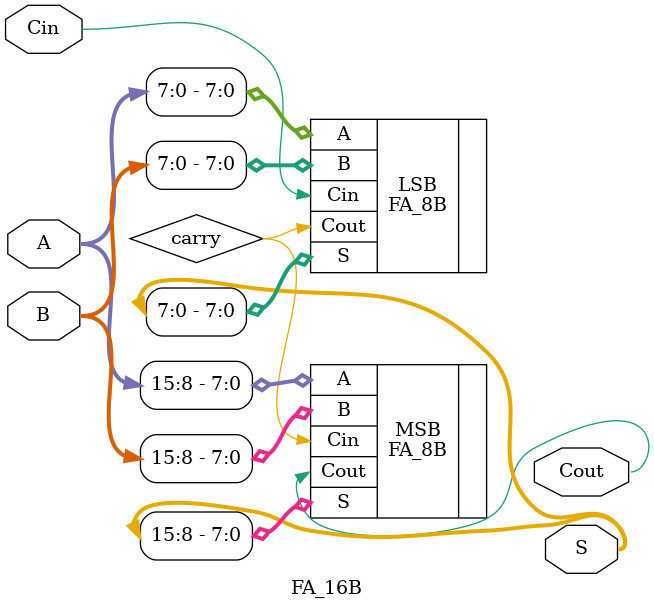
<source format=sv>
`timescale 1ns/1ps


module FA_16B
(
	input wire [15:0]A, B,
	input wire Cin,
	output wire [15:0]S,
	output wire Cout
);

wire carry;

FA_8B LSB
(
	.A(A[7:0]),
	.B(B[7:0]),
	.S(S[7:0]),

	.Cin(Cin),
	.Cout(carry)
);

FA_8B MSB
(
	.A(A[15:8]),
	.B(B[15:8]),
	.S(S[15:8]),

	.Cin(carry),
	.Cout(Cout)
);





endmodule
</source>
